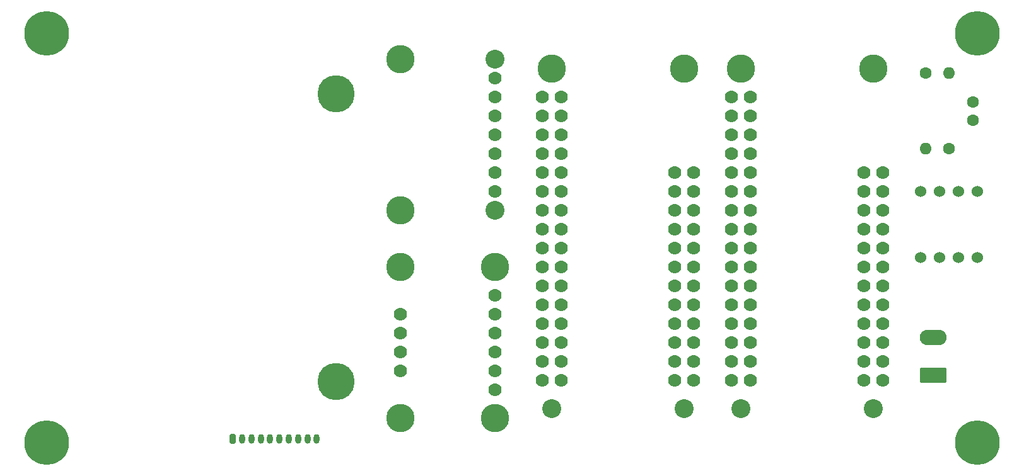
<source format=gts>
G04 #@! TF.GenerationSoftware,KiCad,Pcbnew,(7.0.0-0)*
G04 #@! TF.CreationDate,2023-03-05T11:15:20-05:00*
G04 #@! TF.ProjectId,Cryologger ITB,4372796f-6c6f-4676-9765-72204954422e,rev?*
G04 #@! TF.SameCoordinates,Original*
G04 #@! TF.FileFunction,Soldermask,Top*
G04 #@! TF.FilePolarity,Negative*
%FSLAX46Y46*%
G04 Gerber Fmt 4.6, Leading zero omitted, Abs format (unit mm)*
G04 Created by KiCad (PCBNEW (7.0.0-0)) date 2023-03-05 11:15:20*
%MOMM*%
%LPD*%
G01*
G04 APERTURE LIST*
G04 Aperture macros list*
%AMRoundRect*
0 Rectangle with rounded corners*
0 $1 Rounding radius*
0 $2 $3 $4 $5 $6 $7 $8 $9 X,Y pos of 4 corners*
0 Add a 4 corners polygon primitive as box body*
4,1,4,$2,$3,$4,$5,$6,$7,$8,$9,$2,$3,0*
0 Add four circle primitives for the rounded corners*
1,1,$1+$1,$2,$3*
1,1,$1+$1,$4,$5*
1,1,$1+$1,$6,$7*
1,1,$1+$1,$8,$9*
0 Add four rect primitives between the rounded corners*
20,1,$1+$1,$2,$3,$4,$5,0*
20,1,$1+$1,$4,$5,$6,$7,0*
20,1,$1+$1,$6,$7,$8,$9,0*
20,1,$1+$1,$8,$9,$2,$3,0*%
G04 Aperture macros list end*
%ADD10C,6.000000*%
%ADD11C,4.999990*%
%ADD12O,3.600000X2.080000*%
%ADD13RoundRect,0.249999X1.550001X-0.790001X1.550001X0.790001X-1.550001X0.790001X-1.550001X-0.790001X0*%
%ADD14C,1.524000*%
%ADD15C,1.778000*%
%ADD16C,3.810000*%
%ADD17C,1.600000*%
%ADD18O,1.600000X1.600000*%
%ADD19RoundRect,0.200000X-0.200000X-0.450000X0.200000X-0.450000X0.200000X0.450000X-0.200000X0.450000X0*%
%ADD20O,0.800000X1.300000*%
%ADD21C,2.540000*%
G04 APERTURE END LIST*
D10*
X87000000Y-64000000D03*
X212000000Y-119000000D03*
X212000000Y-64000000D03*
X87000000Y-119000000D03*
D11*
X125850000Y-72150000D03*
X125850000Y-110850000D03*
D12*
X205999999Y-104919999D03*
D13*
X206000000Y-110000000D03*
D14*
X204380000Y-85240000D03*
X206920000Y-85240000D03*
X209460000Y-85240000D03*
X212000000Y-85240000D03*
D15*
X147230000Y-99210000D03*
X147230000Y-101750000D03*
X147230000Y-104290000D03*
X147230000Y-106830000D03*
X147230000Y-109370000D03*
X147230000Y-111910000D03*
D16*
X147230000Y-115720000D03*
X147230000Y-95400000D03*
X134530000Y-115720000D03*
D15*
X134530000Y-109370000D03*
X134530000Y-106830000D03*
X134530000Y-104290000D03*
X134530000Y-101750000D03*
D16*
X134530000Y-95400000D03*
D17*
X208190000Y-79525000D03*
D18*
X208189999Y-69364999D03*
D19*
X112000000Y-118500000D03*
D20*
X113249999Y-118499999D03*
X114499999Y-118499999D03*
X115749999Y-118499999D03*
X116999999Y-118499999D03*
X118249999Y-118499999D03*
X119499999Y-118499999D03*
X120749999Y-118499999D03*
X121999999Y-118499999D03*
X123249999Y-118499999D03*
D14*
X204380000Y-94130000D03*
X206920000Y-94130000D03*
X209460000Y-94130000D03*
X212000000Y-94130000D03*
D17*
X205015000Y-69365000D03*
D18*
X205014999Y-79524999D03*
D16*
X154850000Y-68730000D03*
D21*
X154850000Y-114450000D03*
D16*
X172630000Y-68730000D03*
D21*
X172630000Y-114450000D03*
D15*
X153580000Y-72540000D03*
X156120000Y-72540000D03*
X153580000Y-75080000D03*
X156120000Y-75080000D03*
X153580000Y-77620000D03*
X156120000Y-77620000D03*
X153580000Y-80160000D03*
X156120000Y-80160000D03*
X153580000Y-82700000D03*
X156120000Y-82700000D03*
X153580000Y-85240000D03*
X156120000Y-85240000D03*
X153580000Y-87780000D03*
X156120000Y-87780000D03*
X153580000Y-90320000D03*
X156120000Y-90320000D03*
X153580000Y-92860000D03*
X156120000Y-92860000D03*
X153580000Y-95400000D03*
X156120000Y-95400000D03*
X153580000Y-97940000D03*
X156120000Y-97940000D03*
X153580000Y-100480000D03*
X156120000Y-100480000D03*
X153580000Y-103020000D03*
X156120000Y-103020000D03*
X153580000Y-105560000D03*
X156120000Y-105560000D03*
X153580000Y-108100000D03*
X156120000Y-108100000D03*
X153580000Y-110640000D03*
X156120000Y-110640000D03*
X171360000Y-110640000D03*
X173900000Y-110640000D03*
X171360000Y-108100000D03*
X173900000Y-108100000D03*
X171360000Y-105560000D03*
X173900000Y-105560000D03*
X171360000Y-103020000D03*
X173900000Y-103020000D03*
X171360000Y-100480000D03*
X173900000Y-100480000D03*
X171360000Y-97940000D03*
X173900000Y-97940000D03*
X171360000Y-95400000D03*
X173900000Y-95400000D03*
X171360000Y-92860000D03*
X173900000Y-92860000D03*
X171360000Y-90320000D03*
X173900000Y-90320000D03*
X171360000Y-87780000D03*
X173900000Y-87780000D03*
X171360000Y-85240000D03*
X173900000Y-85240000D03*
X171360000Y-82700000D03*
X173900000Y-82700000D03*
D16*
X134530000Y-67460000D03*
X134530000Y-87780000D03*
D21*
X147230000Y-67460000D03*
X147230000Y-87780000D03*
D15*
X147230000Y-85240000D03*
X147230000Y-82700000D03*
X147230000Y-80160000D03*
X147230000Y-77620000D03*
X147230000Y-75080000D03*
X147230000Y-72540000D03*
X147230000Y-70000000D03*
D17*
X211365000Y-73215000D03*
X211365000Y-75715000D03*
D16*
X180250000Y-68730000D03*
D21*
X180250000Y-114450000D03*
D16*
X198030000Y-68730000D03*
D21*
X198030000Y-114450000D03*
D15*
X178980000Y-72540000D03*
X181520000Y-72540000D03*
X178980000Y-75080000D03*
X181520000Y-75080000D03*
X178980000Y-77620000D03*
X181520000Y-77620000D03*
X178980000Y-80160000D03*
X181520000Y-80160000D03*
X178980000Y-82700000D03*
X181520000Y-82700000D03*
X178980000Y-85240000D03*
X181520000Y-85240000D03*
X178980000Y-87780000D03*
X181520000Y-87780000D03*
X178980000Y-90320000D03*
X181520000Y-90320000D03*
X178980000Y-92860000D03*
X181520000Y-92860000D03*
X178980000Y-95400000D03*
X181520000Y-95400000D03*
X178980000Y-97940000D03*
X181520000Y-97940000D03*
X178980000Y-100480000D03*
X181520000Y-100480000D03*
X178980000Y-103020000D03*
X181520000Y-103020000D03*
X178980000Y-105560000D03*
X181520000Y-105560000D03*
X178980000Y-108100000D03*
X181520000Y-108100000D03*
X178980000Y-110640000D03*
X181520000Y-110640000D03*
X196760000Y-110640000D03*
X199300000Y-110640000D03*
X196760000Y-108100000D03*
X199300000Y-108100000D03*
X196760000Y-105560000D03*
X199300000Y-105560000D03*
X196760000Y-103020000D03*
X199300000Y-103020000D03*
X196760000Y-100480000D03*
X199300000Y-100480000D03*
X196760000Y-97940000D03*
X199300000Y-97940000D03*
X196760000Y-95400000D03*
X199300000Y-95400000D03*
X196760000Y-92860000D03*
X199300000Y-92860000D03*
X196760000Y-90320000D03*
X199300000Y-90320000D03*
X196760000Y-87780000D03*
X199300000Y-87780000D03*
X196760000Y-85240000D03*
X199300000Y-85240000D03*
X196760000Y-82700000D03*
X199300000Y-82700000D03*
M02*

</source>
